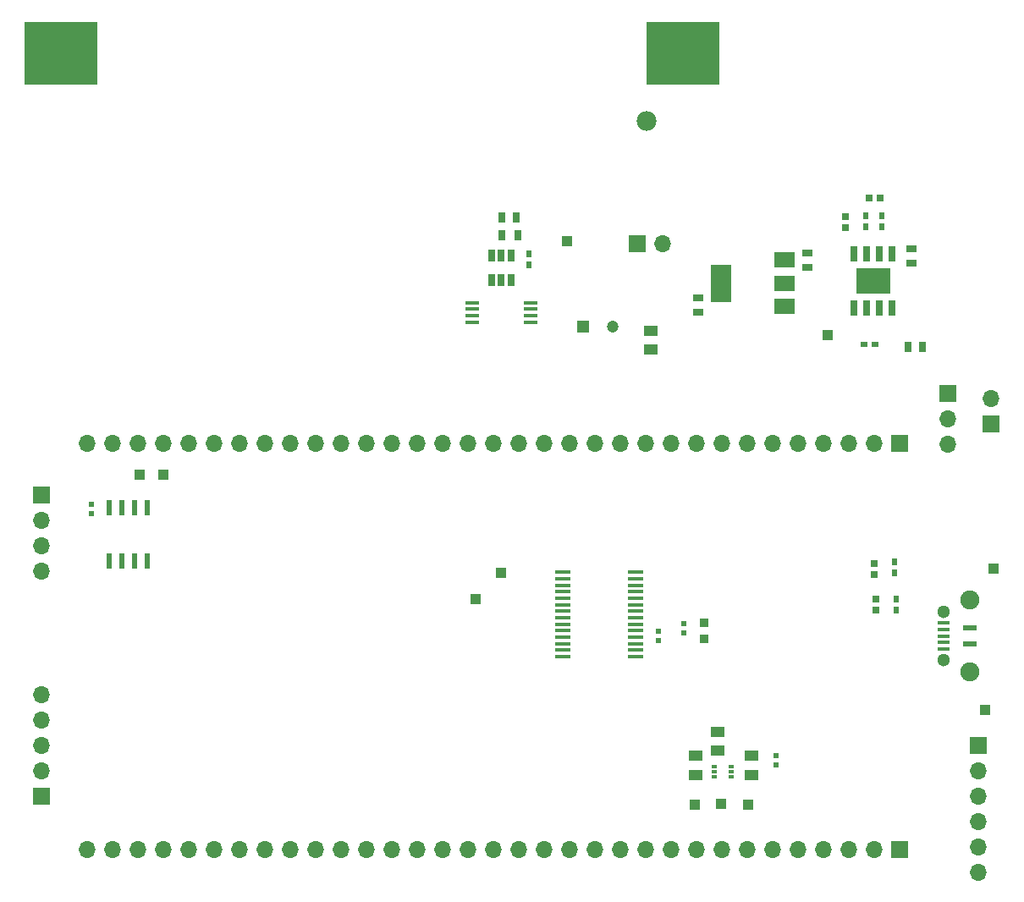
<source format=gbr>
%TF.GenerationSoftware,KiCad,Pcbnew,(6.0.2)*%
%TF.CreationDate,2022-03-20T22:54:28+02:00*%
%TF.ProjectId,main,6d61696e-2e6b-4696-9361-645f70636258,rev?*%
%TF.SameCoordinates,Original*%
%TF.FileFunction,Soldermask,Top*%
%TF.FilePolarity,Negative*%
%FSLAX46Y46*%
G04 Gerber Fmt 4.6, Leading zero omitted, Abs format (unit mm)*
G04 Created by KiCad (PCBNEW (6.0.2)) date 2022-03-20 22:54:28*
%MOMM*%
%LPD*%
G01*
G04 APERTURE LIST*
%ADD10O,1.700000X1.700000*%
%ADD11R,1.700000X1.700000*%
%ADD12C,1.980000*%
%ADD13R,7.340000X6.350000*%
%ADD14R,0.600000X0.750000*%
%ADD15R,0.650000X0.700000*%
%ADD16R,3.402000X2.513000*%
%ADD17R,0.700000X1.525000*%
%ADD18R,1.000000X1.000000*%
%ADD19R,0.620000X0.600000*%
%ADD20R,1.400000X1.000000*%
%ADD21R,0.790000X1.020000*%
%ADD22R,0.750000X0.600000*%
%ADD23R,0.700000X0.650000*%
%ADD24R,0.800000X1.000000*%
%ADD25R,0.475000X0.300000*%
%ADD26R,2.000000X1.500000*%
%ADD27R,2.000000X3.800000*%
%ADD28R,1.020000X0.790000*%
%ADD29R,0.650000X1.200000*%
%ADD30R,1.350000X0.600000*%
%ADD31C,1.900000*%
%ADD32C,1.300000*%
%ADD33R,1.250000X0.400000*%
%ADD34R,0.600000X1.550000*%
%ADD35R,0.600000X1.600000*%
%ADD36C,1.200000*%
%ADD37R,1.200000X1.200000*%
%ADD38R,1.475000X0.450000*%
%ADD39R,0.930000X0.870000*%
%ADD40R,1.500000X0.400000*%
G04 APERTURE END LIST*
D10*
%TO.C,J6*%
X149098000Y-82296000D03*
D11*
X146558000Y-82296000D03*
%TD*%
D12*
%TO.C,U2*%
X147469000Y-69976000D03*
D13*
X88929000Y-63246000D03*
X151139000Y-63246000D03*
%TD*%
D14*
%TO.C,R4*%
X135763000Y-84370000D03*
X135763000Y-83270000D03*
%TD*%
D15*
%TO.C,D4*%
X170434000Y-118914000D03*
X170434000Y-117814000D03*
%TD*%
D16*
%TO.C,J4*%
X170180000Y-85979000D03*
D17*
X168275000Y-83267000D03*
X169545000Y-83267000D03*
X170815000Y-83267000D03*
X172085000Y-83267000D03*
X172085000Y-88691000D03*
X170815000Y-88691000D03*
X169545000Y-88691000D03*
X168275000Y-88691000D03*
%TD*%
D18*
%TO.C,TP9*%
X132969000Y-115189000D03*
%TD*%
D19*
%TO.C,C10*%
X91948000Y-109299000D03*
X91948000Y-108379000D03*
%TD*%
D11*
%TO.C,J5*%
X181991000Y-100335000D03*
D10*
X181991000Y-97795000D03*
%TD*%
D15*
%TO.C,D5*%
X170307000Y-114258000D03*
X170307000Y-115358000D03*
%TD*%
D18*
%TO.C,TP11*%
X96774000Y-105410000D03*
%TD*%
D20*
%TO.C,R6*%
X158039000Y-133543000D03*
X158039000Y-135443000D03*
%TD*%
D21*
%TO.C,C1*%
X173651000Y-92583000D03*
X175091000Y-92583000D03*
%TD*%
D18*
%TO.C,TP5*%
X152324000Y-138430000D03*
%TD*%
D22*
%TO.C,R3*%
X169249000Y-92329000D03*
X170349000Y-92329000D03*
%TD*%
D14*
%TO.C,R1*%
X171069000Y-80560000D03*
X171069000Y-79460000D03*
%TD*%
%TO.C,R2*%
X169418000Y-80560000D03*
X169418000Y-79460000D03*
%TD*%
D15*
%TO.C,D2*%
X167386000Y-80687000D03*
X167386000Y-79587000D03*
%TD*%
D23*
%TO.C,D1*%
X169757000Y-77724000D03*
X170857000Y-77724000D03*
%TD*%
D24*
%TO.C,R5*%
X133058000Y-81407000D03*
X134658000Y-81407000D03*
%TD*%
D14*
%TO.C,R12*%
X172339000Y-114131000D03*
X172339000Y-115231000D03*
%TD*%
D10*
%TO.C,J1*%
X91567000Y-102235000D03*
X94107000Y-102235000D03*
X96647000Y-102235000D03*
X99187000Y-102235000D03*
X101727000Y-102235000D03*
X104267000Y-102235000D03*
X106807000Y-102235000D03*
X109347000Y-102235000D03*
X111887000Y-102235000D03*
X114427000Y-102235000D03*
X116967000Y-102235000D03*
X119507000Y-102235000D03*
X122047000Y-102235000D03*
X124587000Y-102235000D03*
X127127000Y-102235000D03*
X129667000Y-102235000D03*
X132207000Y-102235000D03*
X134747000Y-102235000D03*
X137287000Y-102235000D03*
X139827000Y-102235000D03*
X142367000Y-102235000D03*
X144907000Y-102235000D03*
X147447000Y-102235000D03*
X149987000Y-102235000D03*
X152527000Y-102235000D03*
X155067000Y-102235000D03*
X157607000Y-102235000D03*
X160147000Y-102235000D03*
X162687000Y-102235000D03*
X165227000Y-102235000D03*
X167767000Y-102235000D03*
X170307000Y-102235000D03*
D11*
X172847000Y-102235000D03*
%TD*%
D19*
%TO.C,C7*%
X148717000Y-121079000D03*
X148717000Y-121999000D03*
%TD*%
D25*
%TO.C,IC2*%
X154280000Y-134628000D03*
X154280000Y-135128000D03*
X154280000Y-135628000D03*
X155956000Y-135628000D03*
X155956000Y-135128000D03*
X155956000Y-134628000D03*
%TD*%
D18*
%TO.C,TP10*%
X99187000Y-105410000D03*
%TD*%
D10*
%TO.C,J10*%
X86995000Y-115062000D03*
X86995000Y-112522000D03*
X86995000Y-109982000D03*
D11*
X86995000Y-107442000D03*
%TD*%
D18*
%TO.C,TP6*%
X154991000Y-138303000D03*
%TD*%
D26*
%TO.C,U1*%
X161265000Y-83933000D03*
D27*
X154965000Y-86233000D03*
D26*
X161265000Y-86233000D03*
X161265000Y-88533000D03*
%TD*%
D28*
%TO.C,C5*%
X152654000Y-89112000D03*
X152654000Y-87672000D03*
%TD*%
D14*
%TO.C,R11*%
X172466000Y-118914000D03*
X172466000Y-117814000D03*
%TD*%
D20*
%TO.C,R9*%
X147955000Y-92898000D03*
X147955000Y-90998000D03*
%TD*%
D11*
%TO.C,J7*%
X177673000Y-97297000D03*
D10*
X177673000Y-99837000D03*
X177673000Y-102377000D03*
%TD*%
D18*
%TO.C,TP7*%
X139573000Y-82042000D03*
%TD*%
D29*
%TO.C,IC1*%
X132019000Y-83459000D03*
X132969000Y-83459000D03*
X133919000Y-83459000D03*
X133919000Y-85959000D03*
X132969000Y-85959000D03*
X132019000Y-85959000D03*
%TD*%
D19*
%TO.C,C6*%
X160452000Y-134445000D03*
X160452000Y-133525000D03*
%TD*%
D30*
%TO.C,J3*%
X179866000Y-120739000D03*
X179866000Y-122339000D03*
D31*
X179861000Y-117939000D03*
X179861000Y-125139000D03*
D32*
X177191000Y-119114000D03*
X177191000Y-123964000D03*
D33*
X177216000Y-120239000D03*
X177216000Y-120889000D03*
X177216000Y-121539000D03*
X177216000Y-122189000D03*
X177216000Y-122839000D03*
%TD*%
D10*
%TO.C,J8*%
X86995000Y-127376000D03*
X86995000Y-129916000D03*
X86995000Y-132456000D03*
X86995000Y-134996000D03*
D11*
X86995000Y-137536000D03*
%TD*%
D18*
%TO.C,TP1*%
X181356000Y-128905000D03*
%TD*%
D21*
%TO.C,C4*%
X133011000Y-79629000D03*
X134451000Y-79629000D03*
%TD*%
D18*
%TO.C,TP4*%
X157658000Y-138430000D03*
%TD*%
D34*
%TO.C,U4*%
X93726000Y-108679000D03*
X94996000Y-108679000D03*
X96266000Y-108679000D03*
X97536000Y-108679000D03*
X97536000Y-114079000D03*
X96266000Y-114079000D03*
X94996000Y-114079000D03*
D35*
X93726000Y-114079000D03*
%TD*%
D28*
%TO.C,C3*%
X163576000Y-84667000D03*
X163576000Y-83227000D03*
%TD*%
D10*
%TO.C,J9*%
X180721000Y-145161000D03*
X180721000Y-142621000D03*
X180721000Y-140081000D03*
X180721000Y-137541000D03*
X180721000Y-135001000D03*
D11*
X180721000Y-132461000D03*
%TD*%
D10*
%TO.C,J2*%
X91567000Y-142875000D03*
X94107000Y-142875000D03*
X96647000Y-142875000D03*
X99187000Y-142875000D03*
X101727000Y-142875000D03*
X104267000Y-142875000D03*
X106807000Y-142875000D03*
X109347000Y-142875000D03*
X111887000Y-142875000D03*
X114427000Y-142875000D03*
X116967000Y-142875000D03*
X119507000Y-142875000D03*
X122047000Y-142875000D03*
X124587000Y-142875000D03*
X127127000Y-142875000D03*
X129667000Y-142875000D03*
X132207000Y-142875000D03*
X134747000Y-142875000D03*
X137287000Y-142875000D03*
X139827000Y-142875000D03*
X142367000Y-142875000D03*
X144907000Y-142875000D03*
X147447000Y-142875000D03*
X149987000Y-142875000D03*
X152527000Y-142875000D03*
X155067000Y-142875000D03*
X157607000Y-142875000D03*
X160147000Y-142875000D03*
X162687000Y-142875000D03*
X165227000Y-142875000D03*
X167767000Y-142875000D03*
X170307000Y-142875000D03*
D11*
X172847000Y-142875000D03*
%TD*%
D18*
%TO.C,TP2*%
X182245000Y-114808000D03*
%TD*%
%TO.C,TP8*%
X130429000Y-117856000D03*
%TD*%
D20*
%TO.C,R8*%
X154610000Y-131130000D03*
X154610000Y-133030000D03*
%TD*%
D36*
%TO.C,R10*%
X144121000Y-90551000D03*
D37*
X141121000Y-90551000D03*
%TD*%
D38*
%TO.C,Q1*%
X135907000Y-90129000D03*
X135907000Y-89479000D03*
X135907000Y-88829000D03*
X135907000Y-88179000D03*
X130031000Y-88179000D03*
X130031000Y-88829000D03*
X130031000Y-89479000D03*
X130031000Y-90129000D03*
%TD*%
D39*
%TO.C,C8*%
X153289000Y-121811000D03*
X153289000Y-120251000D03*
%TD*%
D19*
%TO.C,C9*%
X151257000Y-121237000D03*
X151257000Y-120317000D03*
%TD*%
D18*
%TO.C,TP3*%
X165608000Y-91440000D03*
%TD*%
D20*
%TO.C,R7*%
X152451000Y-135443000D03*
X152451000Y-133543000D03*
%TD*%
D40*
%TO.C,U3*%
X146373000Y-115155000D03*
X146373000Y-115805000D03*
X146373000Y-116455000D03*
X146373000Y-117105000D03*
X146373000Y-117755000D03*
X146373000Y-118405000D03*
X146373000Y-119055000D03*
X146373000Y-119705000D03*
X146373000Y-120355000D03*
X146373000Y-121005000D03*
X146373000Y-121655000D03*
X146373000Y-122305000D03*
X146373000Y-122955000D03*
X146373000Y-123605000D03*
X139123000Y-123605000D03*
X139123000Y-122955000D03*
X139123000Y-122305000D03*
X139123000Y-121655000D03*
X139123000Y-121005000D03*
X139123000Y-120355000D03*
X139123000Y-119705000D03*
X139123000Y-119055000D03*
X139123000Y-118405000D03*
X139123000Y-117755000D03*
X139123000Y-117105000D03*
X139123000Y-116455000D03*
X139123000Y-115805000D03*
X139123000Y-115155000D03*
%TD*%
D28*
%TO.C,C2*%
X173990000Y-82804000D03*
X173990000Y-84244000D03*
%TD*%
M02*

</source>
